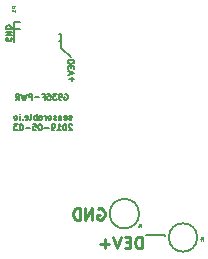
<source format=gbo>
G04 #@! TF.GenerationSoftware,KiCad,Pcbnew,(5.0.2)-1*
G04 #@! TF.CreationDate,2019-05-03T14:02:43-04:00*
G04 #@! TF.ProjectId,PowConnV1,506f7743-6f6e-46e5-9631-2e6b69636164,V2*
G04 #@! TF.SameCoordinates,Original*
G04 #@! TF.FileFunction,Legend,Bot*
G04 #@! TF.FilePolarity,Positive*
%FSLAX46Y46*%
G04 Gerber Fmt 4.6, Leading zero omitted, Abs format (unit mm)*
G04 Created by KiCad (PCBNEW (5.0.2)-1) date 5/3/2019 2:02:43 PM*
%MOMM*%
%LPD*%
G01*
G04 APERTURE LIST*
%ADD10C,0.127000*%
%ADD11C,0.200000*%
%ADD12C,0.250000*%
%ADD13C,0.075000*%
%ADD14C,0.031750*%
G04 APERTURE END LIST*
D10*
X42367562Y-102240080D02*
X42415943Y-102215889D01*
X42488515Y-102215889D01*
X42561086Y-102240080D01*
X42609467Y-102288460D01*
X42633658Y-102336841D01*
X42657848Y-102433603D01*
X42657848Y-102506175D01*
X42633658Y-102602937D01*
X42609467Y-102651318D01*
X42561086Y-102699699D01*
X42488515Y-102723889D01*
X42440134Y-102723889D01*
X42367562Y-102699699D01*
X42343372Y-102675508D01*
X42343372Y-102506175D01*
X42440134Y-102506175D01*
X42101467Y-102723889D02*
X42004705Y-102723889D01*
X41956324Y-102699699D01*
X41932134Y-102675508D01*
X41883753Y-102602937D01*
X41859562Y-102506175D01*
X41859562Y-102312651D01*
X41883753Y-102264270D01*
X41907943Y-102240080D01*
X41956324Y-102215889D01*
X42053086Y-102215889D01*
X42101467Y-102240080D01*
X42125658Y-102264270D01*
X42149848Y-102312651D01*
X42149848Y-102433603D01*
X42125658Y-102481984D01*
X42101467Y-102506175D01*
X42053086Y-102530365D01*
X41956324Y-102530365D01*
X41907943Y-102506175D01*
X41883753Y-102481984D01*
X41859562Y-102433603D01*
X41690229Y-102215889D02*
X41375753Y-102215889D01*
X41545086Y-102409413D01*
X41472515Y-102409413D01*
X41424134Y-102433603D01*
X41399943Y-102457794D01*
X41375753Y-102506175D01*
X41375753Y-102627127D01*
X41399943Y-102675508D01*
X41424134Y-102699699D01*
X41472515Y-102723889D01*
X41617658Y-102723889D01*
X41666039Y-102699699D01*
X41690229Y-102675508D01*
X40916134Y-102215889D02*
X41158039Y-102215889D01*
X41182229Y-102457794D01*
X41158039Y-102433603D01*
X41109658Y-102409413D01*
X40988705Y-102409413D01*
X40940324Y-102433603D01*
X40916134Y-102457794D01*
X40891943Y-102506175D01*
X40891943Y-102627127D01*
X40916134Y-102675508D01*
X40940324Y-102699699D01*
X40988705Y-102723889D01*
X41109658Y-102723889D01*
X41158039Y-102699699D01*
X41182229Y-102675508D01*
X40504896Y-102457794D02*
X40674229Y-102457794D01*
X40674229Y-102723889D02*
X40674229Y-102215889D01*
X40432324Y-102215889D01*
X40238800Y-102530365D02*
X39851753Y-102530365D01*
X39609848Y-102723889D02*
X39609848Y-102215889D01*
X39416324Y-102215889D01*
X39367943Y-102240080D01*
X39343753Y-102264270D01*
X39319562Y-102312651D01*
X39319562Y-102385222D01*
X39343753Y-102433603D01*
X39367943Y-102457794D01*
X39416324Y-102481984D01*
X39609848Y-102481984D01*
X39150229Y-102215889D02*
X39029277Y-102723889D01*
X38932515Y-102361032D01*
X38835753Y-102723889D01*
X38714800Y-102215889D01*
X38230991Y-102723889D02*
X38400324Y-102481984D01*
X38521277Y-102723889D02*
X38521277Y-102215889D01*
X38327753Y-102215889D01*
X38279372Y-102240080D01*
X38255181Y-102264270D01*
X38230991Y-102312651D01*
X38230991Y-102385222D01*
X38255181Y-102433603D01*
X38279372Y-102457794D01*
X38327753Y-102481984D01*
X38521277Y-102481984D01*
X42969542Y-104383719D02*
X42921161Y-104407909D01*
X42824400Y-104407909D01*
X42776019Y-104383719D01*
X42751828Y-104335338D01*
X42751828Y-104311147D01*
X42776019Y-104262766D01*
X42824400Y-104238576D01*
X42896971Y-104238576D01*
X42945352Y-104214385D01*
X42969542Y-104166004D01*
X42969542Y-104141814D01*
X42945352Y-104093433D01*
X42896971Y-104069242D01*
X42824400Y-104069242D01*
X42776019Y-104093433D01*
X42340590Y-104383719D02*
X42388971Y-104407909D01*
X42485733Y-104407909D01*
X42534114Y-104383719D01*
X42558304Y-104335338D01*
X42558304Y-104141814D01*
X42534114Y-104093433D01*
X42485733Y-104069242D01*
X42388971Y-104069242D01*
X42340590Y-104093433D01*
X42316400Y-104141814D01*
X42316400Y-104190195D01*
X42558304Y-104238576D01*
X42098685Y-104069242D02*
X42098685Y-104407909D01*
X42098685Y-104117623D02*
X42074495Y-104093433D01*
X42026114Y-104069242D01*
X41953542Y-104069242D01*
X41905161Y-104093433D01*
X41880971Y-104141814D01*
X41880971Y-104407909D01*
X41663257Y-104383719D02*
X41614876Y-104407909D01*
X41518114Y-104407909D01*
X41469733Y-104383719D01*
X41445542Y-104335338D01*
X41445542Y-104311147D01*
X41469733Y-104262766D01*
X41518114Y-104238576D01*
X41590685Y-104238576D01*
X41639066Y-104214385D01*
X41663257Y-104166004D01*
X41663257Y-104141814D01*
X41639066Y-104093433D01*
X41590685Y-104069242D01*
X41518114Y-104069242D01*
X41469733Y-104093433D01*
X41155257Y-104407909D02*
X41203638Y-104383719D01*
X41227828Y-104359528D01*
X41252019Y-104311147D01*
X41252019Y-104166004D01*
X41227828Y-104117623D01*
X41203638Y-104093433D01*
X41155257Y-104069242D01*
X41082685Y-104069242D01*
X41034304Y-104093433D01*
X41010114Y-104117623D01*
X40985923Y-104166004D01*
X40985923Y-104311147D01*
X41010114Y-104359528D01*
X41034304Y-104383719D01*
X41082685Y-104407909D01*
X41155257Y-104407909D01*
X40768209Y-104407909D02*
X40768209Y-104069242D01*
X40768209Y-104166004D02*
X40744019Y-104117623D01*
X40719828Y-104093433D01*
X40671447Y-104069242D01*
X40623066Y-104069242D01*
X40236019Y-104407909D02*
X40236019Y-104141814D01*
X40260209Y-104093433D01*
X40308590Y-104069242D01*
X40405352Y-104069242D01*
X40453733Y-104093433D01*
X40236019Y-104383719D02*
X40284400Y-104407909D01*
X40405352Y-104407909D01*
X40453733Y-104383719D01*
X40477923Y-104335338D01*
X40477923Y-104286957D01*
X40453733Y-104238576D01*
X40405352Y-104214385D01*
X40284400Y-104214385D01*
X40236019Y-104190195D01*
X39994114Y-104407909D02*
X39994114Y-103899909D01*
X39994114Y-104093433D02*
X39945733Y-104069242D01*
X39848971Y-104069242D01*
X39800590Y-104093433D01*
X39776400Y-104117623D01*
X39752209Y-104166004D01*
X39752209Y-104311147D01*
X39776400Y-104359528D01*
X39800590Y-104383719D01*
X39848971Y-104407909D01*
X39945733Y-104407909D01*
X39994114Y-104383719D01*
X39461923Y-104407909D02*
X39510304Y-104383719D01*
X39534495Y-104335338D01*
X39534495Y-103899909D01*
X39074876Y-104383719D02*
X39123257Y-104407909D01*
X39220019Y-104407909D01*
X39268400Y-104383719D01*
X39292590Y-104335338D01*
X39292590Y-104141814D01*
X39268400Y-104093433D01*
X39220019Y-104069242D01*
X39123257Y-104069242D01*
X39074876Y-104093433D01*
X39050685Y-104141814D01*
X39050685Y-104190195D01*
X39292590Y-104238576D01*
X38832971Y-104359528D02*
X38808780Y-104383719D01*
X38832971Y-104407909D01*
X38857161Y-104383719D01*
X38832971Y-104359528D01*
X38832971Y-104407909D01*
X38591066Y-104407909D02*
X38591066Y-104069242D01*
X38591066Y-103899909D02*
X38615257Y-103924100D01*
X38591066Y-103948290D01*
X38566876Y-103924100D01*
X38591066Y-103899909D01*
X38591066Y-103948290D01*
X38276590Y-104407909D02*
X38324971Y-104383719D01*
X38349161Y-104359528D01*
X38373352Y-104311147D01*
X38373352Y-104166004D01*
X38349161Y-104117623D01*
X38324971Y-104093433D01*
X38276590Y-104069242D01*
X38204019Y-104069242D01*
X38155638Y-104093433D01*
X38131447Y-104117623D01*
X38107257Y-104166004D01*
X38107257Y-104311147D01*
X38131447Y-104359528D01*
X38155638Y-104383719D01*
X38204019Y-104407909D01*
X38276590Y-104407909D01*
X43005828Y-104837290D02*
X42981638Y-104813100D01*
X42933257Y-104788909D01*
X42812304Y-104788909D01*
X42763923Y-104813100D01*
X42739733Y-104837290D01*
X42715542Y-104885671D01*
X42715542Y-104934052D01*
X42739733Y-105006623D01*
X43030019Y-105296909D01*
X42715542Y-105296909D01*
X42401066Y-104788909D02*
X42352685Y-104788909D01*
X42304304Y-104813100D01*
X42280114Y-104837290D01*
X42255923Y-104885671D01*
X42231733Y-104982433D01*
X42231733Y-105103385D01*
X42255923Y-105200147D01*
X42280114Y-105248528D01*
X42304304Y-105272719D01*
X42352685Y-105296909D01*
X42401066Y-105296909D01*
X42449447Y-105272719D01*
X42473638Y-105248528D01*
X42497828Y-105200147D01*
X42522019Y-105103385D01*
X42522019Y-104982433D01*
X42497828Y-104885671D01*
X42473638Y-104837290D01*
X42449447Y-104813100D01*
X42401066Y-104788909D01*
X41747923Y-105296909D02*
X42038209Y-105296909D01*
X41893066Y-105296909D02*
X41893066Y-104788909D01*
X41941447Y-104861480D01*
X41989828Y-104909861D01*
X42038209Y-104934052D01*
X41506019Y-105296909D02*
X41409257Y-105296909D01*
X41360876Y-105272719D01*
X41336685Y-105248528D01*
X41288304Y-105175957D01*
X41264114Y-105079195D01*
X41264114Y-104885671D01*
X41288304Y-104837290D01*
X41312495Y-104813100D01*
X41360876Y-104788909D01*
X41457638Y-104788909D01*
X41506019Y-104813100D01*
X41530209Y-104837290D01*
X41554400Y-104885671D01*
X41554400Y-105006623D01*
X41530209Y-105055004D01*
X41506019Y-105079195D01*
X41457638Y-105103385D01*
X41360876Y-105103385D01*
X41312495Y-105079195D01*
X41288304Y-105055004D01*
X41264114Y-105006623D01*
X41046400Y-105103385D02*
X40659352Y-105103385D01*
X40320685Y-104788909D02*
X40272304Y-104788909D01*
X40223923Y-104813100D01*
X40199733Y-104837290D01*
X40175542Y-104885671D01*
X40151352Y-104982433D01*
X40151352Y-105103385D01*
X40175542Y-105200147D01*
X40199733Y-105248528D01*
X40223923Y-105272719D01*
X40272304Y-105296909D01*
X40320685Y-105296909D01*
X40369066Y-105272719D01*
X40393257Y-105248528D01*
X40417447Y-105200147D01*
X40441638Y-105103385D01*
X40441638Y-104982433D01*
X40417447Y-104885671D01*
X40393257Y-104837290D01*
X40369066Y-104813100D01*
X40320685Y-104788909D01*
X39691733Y-104788909D02*
X39933638Y-104788909D01*
X39957828Y-105030814D01*
X39933638Y-105006623D01*
X39885257Y-104982433D01*
X39764304Y-104982433D01*
X39715923Y-105006623D01*
X39691733Y-105030814D01*
X39667542Y-105079195D01*
X39667542Y-105200147D01*
X39691733Y-105248528D01*
X39715923Y-105272719D01*
X39764304Y-105296909D01*
X39885257Y-105296909D01*
X39933638Y-105272719D01*
X39957828Y-105248528D01*
X39449828Y-105103385D02*
X39062780Y-105103385D01*
X38724114Y-104788909D02*
X38675733Y-104788909D01*
X38627352Y-104813100D01*
X38603161Y-104837290D01*
X38578971Y-104885671D01*
X38554780Y-104982433D01*
X38554780Y-105103385D01*
X38578971Y-105200147D01*
X38603161Y-105248528D01*
X38627352Y-105272719D01*
X38675733Y-105296909D01*
X38724114Y-105296909D01*
X38772495Y-105272719D01*
X38796685Y-105248528D01*
X38820876Y-105200147D01*
X38845066Y-105103385D01*
X38845066Y-104982433D01*
X38820876Y-104885671D01*
X38796685Y-104837290D01*
X38772495Y-104813100D01*
X38724114Y-104788909D01*
X38385447Y-104788909D02*
X38070971Y-104788909D01*
X38240304Y-104982433D01*
X38167733Y-104982433D01*
X38119352Y-105006623D01*
X38095161Y-105030814D01*
X38070971Y-105079195D01*
X38070971Y-105200147D01*
X38095161Y-105248528D01*
X38119352Y-105272719D01*
X38167733Y-105296909D01*
X38312876Y-105296909D01*
X38361257Y-105272719D01*
X38385447Y-105248528D01*
D11*
X41887140Y-97746820D02*
X42070020Y-97744280D01*
X42875200Y-99136200D02*
X42062400Y-98323400D01*
X42075100Y-97119440D02*
X42062400Y-98323400D01*
X41882060Y-97119440D02*
X42075100Y-97119440D01*
X38143180Y-96718120D02*
X38145720Y-96720660D01*
X38605460Y-96720660D02*
X38145720Y-96720660D01*
X38117780Y-96118680D02*
X38117780Y-97835720D01*
X38610540Y-96118680D02*
X38117780Y-96118680D01*
D10*
X37866320Y-97493787D02*
X37890510Y-97542168D01*
X37890510Y-97614740D01*
X37866320Y-97687311D01*
X37817939Y-97735692D01*
X37769558Y-97759882D01*
X37672796Y-97784073D01*
X37600224Y-97784073D01*
X37503462Y-97759882D01*
X37455081Y-97735692D01*
X37406700Y-97687311D01*
X37382510Y-97614740D01*
X37382510Y-97566359D01*
X37406700Y-97493787D01*
X37430891Y-97469597D01*
X37600224Y-97469597D01*
X37600224Y-97566359D01*
X37382510Y-97251882D02*
X37890510Y-97251882D01*
X37382510Y-96961597D01*
X37890510Y-96961597D01*
X37382510Y-96719692D02*
X37890510Y-96719692D01*
X37890510Y-96598740D01*
X37866320Y-96526168D01*
X37817939Y-96477787D01*
X37769558Y-96453597D01*
X37672796Y-96429406D01*
X37600224Y-96429406D01*
X37503462Y-96453597D01*
X37455081Y-96477787D01*
X37406700Y-96526168D01*
X37382510Y-96598740D01*
X37382510Y-96719692D01*
X43155809Y-99386692D02*
X42647809Y-99386692D01*
X42647809Y-99507644D01*
X42672000Y-99580216D01*
X42720380Y-99628597D01*
X42768761Y-99652787D01*
X42865523Y-99676978D01*
X42938095Y-99676978D01*
X43034857Y-99652787D01*
X43083238Y-99628597D01*
X43131619Y-99580216D01*
X43155809Y-99507644D01*
X43155809Y-99386692D01*
X42889714Y-99894692D02*
X42889714Y-100064025D01*
X43155809Y-100136597D02*
X43155809Y-99894692D01*
X42647809Y-99894692D01*
X42647809Y-100136597D01*
X42647809Y-100281740D02*
X43155809Y-100451073D01*
X42647809Y-100620406D01*
X42962285Y-100789740D02*
X42962285Y-101176787D01*
X43155809Y-100983263D02*
X42768761Y-100983263D01*
D11*
X50853340Y-114228880D02*
X50843180Y-114218720D01*
X49235360Y-114218720D02*
X50843180Y-114218720D01*
D12*
X48927164Y-115311180D02*
X48927164Y-114311180D01*
X48689069Y-114311180D01*
X48546212Y-114358800D01*
X48450974Y-114454038D01*
X48403355Y-114549276D01*
X48355736Y-114739752D01*
X48355736Y-114882609D01*
X48403355Y-115073085D01*
X48450974Y-115168323D01*
X48546212Y-115263561D01*
X48689069Y-115311180D01*
X48927164Y-115311180D01*
X47927164Y-114787371D02*
X47593831Y-114787371D01*
X47450974Y-115311180D02*
X47927164Y-115311180D01*
X47927164Y-114311180D01*
X47450974Y-114311180D01*
X47165260Y-114311180D02*
X46831926Y-115311180D01*
X46498593Y-114311180D01*
X46165260Y-114930228D02*
X45403355Y-114930228D01*
X45784307Y-115311180D02*
X45784307Y-114549276D01*
X45183964Y-111945800D02*
X45279202Y-111898180D01*
X45422060Y-111898180D01*
X45564917Y-111945800D01*
X45660155Y-112041038D01*
X45707774Y-112136276D01*
X45755393Y-112326752D01*
X45755393Y-112469609D01*
X45707774Y-112660085D01*
X45660155Y-112755323D01*
X45564917Y-112850561D01*
X45422060Y-112898180D01*
X45326821Y-112898180D01*
X45183964Y-112850561D01*
X45136345Y-112802942D01*
X45136345Y-112469609D01*
X45326821Y-112469609D01*
X44707774Y-112898180D02*
X44707774Y-111898180D01*
X44136345Y-112898180D01*
X44136345Y-111898180D01*
X43660155Y-112898180D02*
X43660155Y-111898180D01*
X43422060Y-111898180D01*
X43279202Y-111945800D01*
X43183964Y-112041038D01*
X43136345Y-112136276D01*
X43088726Y-112326752D01*
X43088726Y-112469609D01*
X43136345Y-112660085D01*
X43183964Y-112755323D01*
X43279202Y-112850561D01*
X43422060Y-112898180D01*
X43660155Y-112898180D01*
D11*
X53595573Y-114386360D02*
G75*
G03X53595573Y-114386360I-1200453J0D01*
G01*
X48673517Y-112369600D02*
G75*
G03X48673517Y-112369600I-1244097J0D01*
G01*
G04 #@! TO.C,P1*
D13*
X38195074Y-94823211D02*
X37895074Y-94823211D01*
X37895074Y-94937497D01*
X37909360Y-94966068D01*
X37923645Y-94980354D01*
X37952217Y-94994640D01*
X37995074Y-94994640D01*
X38023645Y-94980354D01*
X38037931Y-94966068D01*
X38052217Y-94937497D01*
X38052217Y-94823211D01*
X38195074Y-95280354D02*
X38195074Y-95108925D01*
X38195074Y-95194640D02*
X37895074Y-95194640D01*
X37937931Y-95166068D01*
X37966502Y-95137497D01*
X37980788Y-95108925D01*
G04 #@! TO.C,P4*
D14*
X54103494Y-114643994D02*
X54103494Y-114343994D01*
X54046351Y-114343994D01*
X54032065Y-114358280D01*
X54024922Y-114372565D01*
X54017780Y-114401137D01*
X54017780Y-114443994D01*
X54024922Y-114472565D01*
X54032065Y-114486851D01*
X54046351Y-114501137D01*
X54103494Y-114501137D01*
X53889208Y-114443994D02*
X53889208Y-114643994D01*
X53924922Y-114329708D02*
X53960637Y-114543994D01*
X53867780Y-114543994D01*
G04 #@! TO.C,P5*
X48848234Y-113534014D02*
X48848234Y-113234014D01*
X48791091Y-113234014D01*
X48776805Y-113248300D01*
X48769662Y-113262585D01*
X48762520Y-113291157D01*
X48762520Y-113334014D01*
X48769662Y-113362585D01*
X48776805Y-113376871D01*
X48791091Y-113391157D01*
X48848234Y-113391157D01*
X48626805Y-113234014D02*
X48698234Y-113234014D01*
X48705377Y-113376871D01*
X48698234Y-113362585D01*
X48683948Y-113348300D01*
X48648234Y-113348300D01*
X48633948Y-113362585D01*
X48626805Y-113376871D01*
X48619662Y-113405442D01*
X48619662Y-113476871D01*
X48626805Y-113505442D01*
X48633948Y-113519728D01*
X48648234Y-113534014D01*
X48683948Y-113534014D01*
X48698234Y-113519728D01*
X48705377Y-113505442D01*
G04 #@! TD*
M02*

</source>
